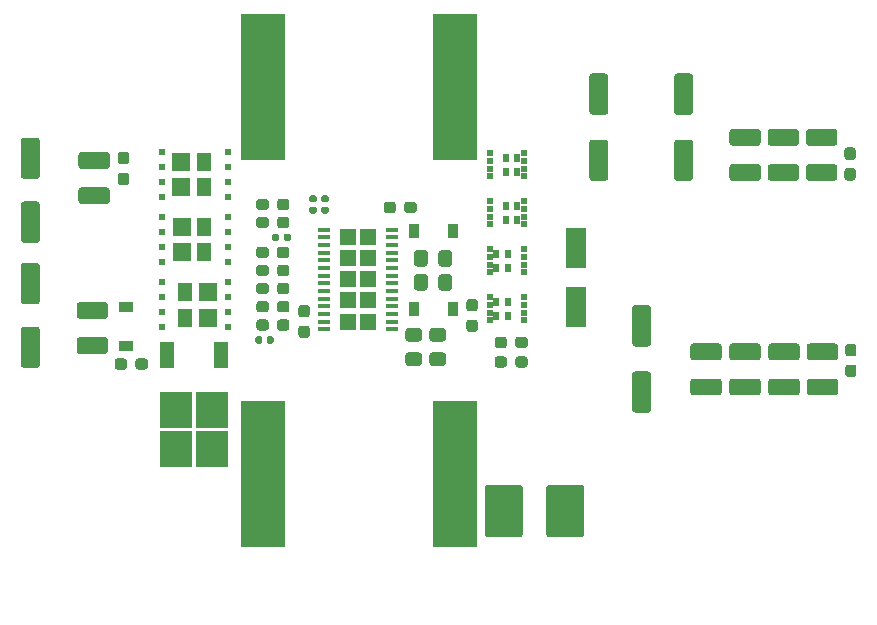
<source format=gtp>
%TF.GenerationSoftware,KiCad,Pcbnew,(5.1.6)-1*%
%TF.CreationDate,2021-10-31T23:30:24+01:00*%
%TF.ProjectId,LiPo_12_Driver,4c69506f-5f31-4325-9f44-72697665722e,rev?*%
%TF.SameCoordinates,Original*%
%TF.FileFunction,Paste,Top*%
%TF.FilePolarity,Positive*%
%FSLAX46Y46*%
G04 Gerber Fmt 4.6, Leading zero omitted, Abs format (unit mm)*
G04 Created by KiCad (PCBNEW (5.1.6)-1) date 2021-10-31 23:30:24*
%MOMM*%
%LPD*%
G01*
G04 APERTURE LIST*
%ADD10R,1.200000X0.900000*%
%ADD11R,0.900000X1.200000*%
%ADD12R,2.750000X3.050000*%
%ADD13R,1.200000X2.200000*%
%ADD14R,1.800000X3.500000*%
%ADD15R,3.825000X12.320000*%
%ADD16R,1.235000X1.570000*%
%ADD17R,1.585000X1.570000*%
%ADD18R,0.490000X0.490000*%
%ADD19R,0.570000X0.738000*%
%ADD20R,0.630000X0.500000*%
%ADD21R,1.100000X0.400000*%
%ADD22R,1.400000X1.400000*%
G04 APERTURE END LIST*
%TO.C,C5*%
G36*
G01*
X116518700Y-90582000D02*
X116043700Y-90582000D01*
G75*
G02*
X115806200Y-90344500I0J237500D01*
G01*
X115806200Y-89769500D01*
G75*
G02*
X116043700Y-89532000I237500J0D01*
G01*
X116518700Y-89532000D01*
G75*
G02*
X116756200Y-89769500I0J-237500D01*
G01*
X116756200Y-90344500D01*
G75*
G02*
X116518700Y-90582000I-237500J0D01*
G01*
G37*
G36*
G01*
X116518700Y-92332000D02*
X116043700Y-92332000D01*
G75*
G02*
X115806200Y-92094500I0J237500D01*
G01*
X115806200Y-91519500D01*
G75*
G02*
X116043700Y-91282000I237500J0D01*
G01*
X116518700Y-91282000D01*
G75*
G02*
X116756200Y-91519500I0J-237500D01*
G01*
X116756200Y-92094500D01*
G75*
G02*
X116518700Y-92332000I-237500J0D01*
G01*
G37*
%TD*%
%TO.C,C1*%
G36*
G01*
X108944500Y-97223500D02*
X107844500Y-97223500D01*
G75*
G02*
X107594500Y-96973500I0J250000D01*
G01*
X107594500Y-93973500D01*
G75*
G02*
X107844500Y-93723500I250000J0D01*
G01*
X108944500Y-93723500D01*
G75*
G02*
X109194500Y-93973500I0J-250000D01*
G01*
X109194500Y-96973500D01*
G75*
G02*
X108944500Y-97223500I-250000J0D01*
G01*
G37*
G36*
G01*
X108944500Y-91823500D02*
X107844500Y-91823500D01*
G75*
G02*
X107594500Y-91573500I0J250000D01*
G01*
X107594500Y-88573500D01*
G75*
G02*
X107844500Y-88323500I250000J0D01*
G01*
X108944500Y-88323500D01*
G75*
G02*
X109194500Y-88573500I0J-250000D01*
G01*
X109194500Y-91573500D01*
G75*
G02*
X108944500Y-91823500I-250000J0D01*
G01*
G37*
%TD*%
%TO.C,C2*%
G36*
G01*
X107844500Y-104328000D02*
X108944500Y-104328000D01*
G75*
G02*
X109194500Y-104578000I0J-250000D01*
G01*
X109194500Y-107578000D01*
G75*
G02*
X108944500Y-107828000I-250000J0D01*
G01*
X107844500Y-107828000D01*
G75*
G02*
X107594500Y-107578000I0J250000D01*
G01*
X107594500Y-104578000D01*
G75*
G02*
X107844500Y-104328000I250000J0D01*
G01*
G37*
G36*
G01*
X107844500Y-98928000D02*
X108944500Y-98928000D01*
G75*
G02*
X109194500Y-99178000I0J-250000D01*
G01*
X109194500Y-102178000D01*
G75*
G02*
X108944500Y-102428000I-250000J0D01*
G01*
X107844500Y-102428000D01*
G75*
G02*
X107594500Y-102178000I0J250000D01*
G01*
X107594500Y-99178000D01*
G75*
G02*
X107844500Y-98928000I250000J0D01*
G01*
G37*
%TD*%
%TO.C,C3*%
G36*
G01*
X114867000Y-90969800D02*
X112717000Y-90969800D01*
G75*
G02*
X112467000Y-90719800I0J250000D01*
G01*
X112467000Y-89794800D01*
G75*
G02*
X112717000Y-89544800I250000J0D01*
G01*
X114867000Y-89544800D01*
G75*
G02*
X115117000Y-89794800I0J-250000D01*
G01*
X115117000Y-90719800D01*
G75*
G02*
X114867000Y-90969800I-250000J0D01*
G01*
G37*
G36*
G01*
X114867000Y-93944800D02*
X112717000Y-93944800D01*
G75*
G02*
X112467000Y-93694800I0J250000D01*
G01*
X112467000Y-92769800D01*
G75*
G02*
X112717000Y-92519800I250000J0D01*
G01*
X114867000Y-92519800D01*
G75*
G02*
X115117000Y-92769800I0J-250000D01*
G01*
X115117000Y-93694800D01*
G75*
G02*
X114867000Y-93944800I-250000J0D01*
G01*
G37*
%TD*%
%TO.C,C4*%
G36*
G01*
X112564600Y-102244800D02*
X114714600Y-102244800D01*
G75*
G02*
X114964600Y-102494800I0J-250000D01*
G01*
X114964600Y-103419800D01*
G75*
G02*
X114714600Y-103669800I-250000J0D01*
G01*
X112564600Y-103669800D01*
G75*
G02*
X112314600Y-103419800I0J250000D01*
G01*
X112314600Y-102494800D01*
G75*
G02*
X112564600Y-102244800I250000J0D01*
G01*
G37*
G36*
G01*
X112564600Y-105219800D02*
X114714600Y-105219800D01*
G75*
G02*
X114964600Y-105469800I0J-250000D01*
G01*
X114964600Y-106394800D01*
G75*
G02*
X114714600Y-106644800I-250000J0D01*
G01*
X112564600Y-106644800D01*
G75*
G02*
X112314600Y-106394800I0J250000D01*
G01*
X112314600Y-105469800D01*
G75*
G02*
X112564600Y-105219800I250000J0D01*
G01*
G37*
%TD*%
%TO.C,C6*%
G36*
G01*
X129280400Y-99805500D02*
X129280400Y-99330500D01*
G75*
G02*
X129517900Y-99093000I237500J0D01*
G01*
X130092900Y-99093000D01*
G75*
G02*
X130330400Y-99330500I0J-237500D01*
G01*
X130330400Y-99805500D01*
G75*
G02*
X130092900Y-100043000I-237500J0D01*
G01*
X129517900Y-100043000D01*
G75*
G02*
X129280400Y-99805500I0J237500D01*
G01*
G37*
G36*
G01*
X127530400Y-99805500D02*
X127530400Y-99330500D01*
G75*
G02*
X127767900Y-99093000I237500J0D01*
G01*
X128342900Y-99093000D01*
G75*
G02*
X128580400Y-99330500I0J-237500D01*
G01*
X128580400Y-99805500D01*
G75*
G02*
X128342900Y-100043000I-237500J0D01*
G01*
X127767900Y-100043000D01*
G75*
G02*
X127530400Y-99805500I0J237500D01*
G01*
G37*
%TD*%
%TO.C,C7*%
G36*
G01*
X144094000Y-98101999D02*
X144094000Y-99002001D01*
G75*
G02*
X143844001Y-99252000I-249999J0D01*
G01*
X143193999Y-99252000D01*
G75*
G02*
X142944000Y-99002001I0J249999D01*
G01*
X142944000Y-98101999D01*
G75*
G02*
X143193999Y-97852000I249999J0D01*
G01*
X143844001Y-97852000D01*
G75*
G02*
X144094000Y-98101999I0J-249999D01*
G01*
G37*
G36*
G01*
X142044000Y-98101999D02*
X142044000Y-99002001D01*
G75*
G02*
X141794001Y-99252000I-249999J0D01*
G01*
X141143999Y-99252000D01*
G75*
G02*
X140894000Y-99002001I0J249999D01*
G01*
X140894000Y-98101999D01*
G75*
G02*
X141143999Y-97852000I249999J0D01*
G01*
X141794001Y-97852000D01*
G75*
G02*
X142044000Y-98101999I0J-249999D01*
G01*
G37*
%TD*%
%TO.C,C8*%
G36*
G01*
X142044000Y-100133999D02*
X142044000Y-101034001D01*
G75*
G02*
X141794001Y-101284000I-249999J0D01*
G01*
X141143999Y-101284000D01*
G75*
G02*
X140894000Y-101034001I0J249999D01*
G01*
X140894000Y-100133999D01*
G75*
G02*
X141143999Y-99884000I249999J0D01*
G01*
X141794001Y-99884000D01*
G75*
G02*
X142044000Y-100133999I0J-249999D01*
G01*
G37*
G36*
G01*
X144094000Y-100133999D02*
X144094000Y-101034001D01*
G75*
G02*
X143844001Y-101284000I-249999J0D01*
G01*
X143193999Y-101284000D01*
G75*
G02*
X142944000Y-101034001I0J249999D01*
G01*
X142944000Y-100133999D01*
G75*
G02*
X143193999Y-99884000I249999J0D01*
G01*
X143844001Y-99884000D01*
G75*
G02*
X144094000Y-100133999I0J-249999D01*
G01*
G37*
%TD*%
%TO.C,C9*%
G36*
G01*
X127530400Y-101329500D02*
X127530400Y-100854500D01*
G75*
G02*
X127767900Y-100617000I237500J0D01*
G01*
X128342900Y-100617000D01*
G75*
G02*
X128580400Y-100854500I0J-237500D01*
G01*
X128580400Y-101329500D01*
G75*
G02*
X128342900Y-101567000I-237500J0D01*
G01*
X127767900Y-101567000D01*
G75*
G02*
X127530400Y-101329500I0J237500D01*
G01*
G37*
G36*
G01*
X129280400Y-101329500D02*
X129280400Y-100854500D01*
G75*
G02*
X129517900Y-100617000I237500J0D01*
G01*
X130092900Y-100617000D01*
G75*
G02*
X130330400Y-100854500I0J-237500D01*
G01*
X130330400Y-101329500D01*
G75*
G02*
X130092900Y-101567000I-237500J0D01*
G01*
X129517900Y-101567000D01*
G75*
G02*
X129280400Y-101329500I0J237500D01*
G01*
G37*
%TD*%
%TO.C,C10*%
G36*
G01*
X129269000Y-98281500D02*
X129269000Y-97806500D01*
G75*
G02*
X129506500Y-97569000I237500J0D01*
G01*
X130081500Y-97569000D01*
G75*
G02*
X130319000Y-97806500I0J-237500D01*
G01*
X130319000Y-98281500D01*
G75*
G02*
X130081500Y-98519000I-237500J0D01*
G01*
X129506500Y-98519000D01*
G75*
G02*
X129269000Y-98281500I0J237500D01*
G01*
G37*
G36*
G01*
X127519000Y-98281500D02*
X127519000Y-97806500D01*
G75*
G02*
X127756500Y-97569000I237500J0D01*
G01*
X128331500Y-97569000D01*
G75*
G02*
X128569000Y-97806500I0J-237500D01*
G01*
X128569000Y-98281500D01*
G75*
G02*
X128331500Y-98519000I-237500J0D01*
G01*
X127756500Y-98519000D01*
G75*
G02*
X127519000Y-98281500I0J237500D01*
G01*
G37*
%TD*%
%TO.C,C11*%
G36*
G01*
X127530400Y-102875801D02*
X127530400Y-102400801D01*
G75*
G02*
X127767900Y-102163301I237500J0D01*
G01*
X128342900Y-102163301D01*
G75*
G02*
X128580400Y-102400801I0J-237500D01*
G01*
X128580400Y-102875801D01*
G75*
G02*
X128342900Y-103113301I-237500J0D01*
G01*
X127767900Y-103113301D01*
G75*
G02*
X127530400Y-102875801I0J237500D01*
G01*
G37*
G36*
G01*
X129280400Y-102875801D02*
X129280400Y-102400801D01*
G75*
G02*
X129517900Y-102163301I237500J0D01*
G01*
X130092900Y-102163301D01*
G75*
G02*
X130330400Y-102400801I0J-237500D01*
G01*
X130330400Y-102875801D01*
G75*
G02*
X130092900Y-103113301I-237500J0D01*
G01*
X129517900Y-103113301D01*
G75*
G02*
X129280400Y-102875801I0J237500D01*
G01*
G37*
%TD*%
%TO.C,C12*%
G36*
G01*
X127530400Y-94217500D02*
X127530400Y-93742500D01*
G75*
G02*
X127767900Y-93505000I237500J0D01*
G01*
X128342900Y-93505000D01*
G75*
G02*
X128580400Y-93742500I0J-237500D01*
G01*
X128580400Y-94217500D01*
G75*
G02*
X128342900Y-94455000I-237500J0D01*
G01*
X127767900Y-94455000D01*
G75*
G02*
X127530400Y-94217500I0J237500D01*
G01*
G37*
G36*
G01*
X129280400Y-94217500D02*
X129280400Y-93742500D01*
G75*
G02*
X129517900Y-93505000I237500J0D01*
G01*
X130092900Y-93505000D01*
G75*
G02*
X130330400Y-93742500I0J-237500D01*
G01*
X130330400Y-94217500D01*
G75*
G02*
X130092900Y-94455000I-237500J0D01*
G01*
X129517900Y-94455000D01*
G75*
G02*
X129280400Y-94217500I0J237500D01*
G01*
G37*
%TD*%
%TO.C,C13*%
G36*
G01*
X138300000Y-94471500D02*
X138300000Y-93996500D01*
G75*
G02*
X138537500Y-93759000I237500J0D01*
G01*
X139112500Y-93759000D01*
G75*
G02*
X139350000Y-93996500I0J-237500D01*
G01*
X139350000Y-94471500D01*
G75*
G02*
X139112500Y-94709000I-237500J0D01*
G01*
X138537500Y-94709000D01*
G75*
G02*
X138300000Y-94471500I0J237500D01*
G01*
G37*
G36*
G01*
X140050000Y-94471500D02*
X140050000Y-93996500D01*
G75*
G02*
X140287500Y-93759000I237500J0D01*
G01*
X140862500Y-93759000D01*
G75*
G02*
X141100000Y-93996500I0J-237500D01*
G01*
X141100000Y-94471500D01*
G75*
G02*
X140862500Y-94709000I-237500J0D01*
G01*
X140287500Y-94709000D01*
G75*
G02*
X140050000Y-94471500I0J237500D01*
G01*
G37*
%TD*%
%TO.C,C14*%
G36*
G01*
X141293001Y-107645000D02*
X140392999Y-107645000D01*
G75*
G02*
X140143000Y-107395001I0J249999D01*
G01*
X140143000Y-106744999D01*
G75*
G02*
X140392999Y-106495000I249999J0D01*
G01*
X141293001Y-106495000D01*
G75*
G02*
X141543000Y-106744999I0J-249999D01*
G01*
X141543000Y-107395001D01*
G75*
G02*
X141293001Y-107645000I-249999J0D01*
G01*
G37*
G36*
G01*
X141293001Y-105595000D02*
X140392999Y-105595000D01*
G75*
G02*
X140143000Y-105345001I0J249999D01*
G01*
X140143000Y-104694999D01*
G75*
G02*
X140392999Y-104445000I249999J0D01*
G01*
X141293001Y-104445000D01*
G75*
G02*
X141543000Y-104694999I0J-249999D01*
G01*
X141543000Y-105345001D01*
G75*
G02*
X141293001Y-105595000I-249999J0D01*
G01*
G37*
%TD*%
%TO.C,C15*%
G36*
G01*
X142424999Y-106495000D02*
X143325001Y-106495000D01*
G75*
G02*
X143575000Y-106744999I0J-249999D01*
G01*
X143575000Y-107395001D01*
G75*
G02*
X143325001Y-107645000I-249999J0D01*
G01*
X142424999Y-107645000D01*
G75*
G02*
X142175000Y-107395001I0J249999D01*
G01*
X142175000Y-106744999D01*
G75*
G02*
X142424999Y-106495000I249999J0D01*
G01*
G37*
G36*
G01*
X142424999Y-104445000D02*
X143325001Y-104445000D01*
G75*
G02*
X143575000Y-104694999I0J-249999D01*
G01*
X143575000Y-105345001D01*
G75*
G02*
X143325001Y-105595000I-249999J0D01*
G01*
X142424999Y-105595000D01*
G75*
G02*
X142175000Y-105345001I0J249999D01*
G01*
X142175000Y-104694999D01*
G75*
G02*
X142424999Y-104445000I249999J0D01*
G01*
G37*
%TD*%
%TO.C,C16*%
G36*
G01*
X157077500Y-91989500D02*
X155977500Y-91989500D01*
G75*
G02*
X155727500Y-91739500I0J250000D01*
G01*
X155727500Y-88739500D01*
G75*
G02*
X155977500Y-88489500I250000J0D01*
G01*
X157077500Y-88489500D01*
G75*
G02*
X157327500Y-88739500I0J-250000D01*
G01*
X157327500Y-91739500D01*
G75*
G02*
X157077500Y-91989500I-250000J0D01*
G01*
G37*
G36*
G01*
X157077500Y-86389500D02*
X155977500Y-86389500D01*
G75*
G02*
X155727500Y-86139500I0J250000D01*
G01*
X155727500Y-83139500D01*
G75*
G02*
X155977500Y-82889500I250000J0D01*
G01*
X157077500Y-82889500D01*
G75*
G02*
X157327500Y-83139500I0J-250000D01*
G01*
X157327500Y-86139500D01*
G75*
G02*
X157077500Y-86389500I-250000J0D01*
G01*
G37*
%TD*%
%TO.C,C17*%
G36*
G01*
X159597000Y-108111000D02*
X160697000Y-108111000D01*
G75*
G02*
X160947000Y-108361000I0J-250000D01*
G01*
X160947000Y-111361000D01*
G75*
G02*
X160697000Y-111611000I-250000J0D01*
G01*
X159597000Y-111611000D01*
G75*
G02*
X159347000Y-111361000I0J250000D01*
G01*
X159347000Y-108361000D01*
G75*
G02*
X159597000Y-108111000I250000J0D01*
G01*
G37*
G36*
G01*
X159597000Y-102511000D02*
X160697000Y-102511000D01*
G75*
G02*
X160947000Y-102761000I0J-250000D01*
G01*
X160947000Y-105761000D01*
G75*
G02*
X160697000Y-106011000I-250000J0D01*
G01*
X159597000Y-106011000D01*
G75*
G02*
X159347000Y-105761000I0J250000D01*
G01*
X159347000Y-102761000D01*
G75*
G02*
X159597000Y-102511000I250000J0D01*
G01*
G37*
%TD*%
%TO.C,C18*%
G36*
G01*
X164253000Y-91989500D02*
X163153000Y-91989500D01*
G75*
G02*
X162903000Y-91739500I0J250000D01*
G01*
X162903000Y-88739500D01*
G75*
G02*
X163153000Y-88489500I250000J0D01*
G01*
X164253000Y-88489500D01*
G75*
G02*
X164503000Y-88739500I0J-250000D01*
G01*
X164503000Y-91739500D01*
G75*
G02*
X164253000Y-91989500I-250000J0D01*
G01*
G37*
G36*
G01*
X164253000Y-86389500D02*
X163153000Y-86389500D01*
G75*
G02*
X162903000Y-86139500I0J250000D01*
G01*
X162903000Y-83139500D01*
G75*
G02*
X163153000Y-82889500I250000J0D01*
G01*
X164253000Y-82889500D01*
G75*
G02*
X164503000Y-83139500I0J-250000D01*
G01*
X164503000Y-86139500D01*
G75*
G02*
X164253000Y-86389500I-250000J0D01*
G01*
G37*
%TD*%
%TO.C,C19*%
G36*
G01*
X164533000Y-105750000D02*
X166683000Y-105750000D01*
G75*
G02*
X166933000Y-106000000I0J-250000D01*
G01*
X166933000Y-106925000D01*
G75*
G02*
X166683000Y-107175000I-250000J0D01*
G01*
X164533000Y-107175000D01*
G75*
G02*
X164283000Y-106925000I0J250000D01*
G01*
X164283000Y-106000000D01*
G75*
G02*
X164533000Y-105750000I250000J0D01*
G01*
G37*
G36*
G01*
X164533000Y-108725000D02*
X166683000Y-108725000D01*
G75*
G02*
X166933000Y-108975000I0J-250000D01*
G01*
X166933000Y-109900000D01*
G75*
G02*
X166683000Y-110150000I-250000J0D01*
G01*
X164533000Y-110150000D01*
G75*
G02*
X164283000Y-109900000I0J250000D01*
G01*
X164283000Y-108975000D01*
G75*
G02*
X164533000Y-108725000I250000J0D01*
G01*
G37*
%TD*%
%TO.C,C20*%
G36*
G01*
X167835000Y-105750000D02*
X169985000Y-105750000D01*
G75*
G02*
X170235000Y-106000000I0J-250000D01*
G01*
X170235000Y-106925000D01*
G75*
G02*
X169985000Y-107175000I-250000J0D01*
G01*
X167835000Y-107175000D01*
G75*
G02*
X167585000Y-106925000I0J250000D01*
G01*
X167585000Y-106000000D01*
G75*
G02*
X167835000Y-105750000I250000J0D01*
G01*
G37*
G36*
G01*
X167835000Y-108725000D02*
X169985000Y-108725000D01*
G75*
G02*
X170235000Y-108975000I0J-250000D01*
G01*
X170235000Y-109900000D01*
G75*
G02*
X169985000Y-110150000I-250000J0D01*
G01*
X167835000Y-110150000D01*
G75*
G02*
X167585000Y-109900000I0J250000D01*
G01*
X167585000Y-108975000D01*
G75*
G02*
X167835000Y-108725000I250000J0D01*
G01*
G37*
%TD*%
%TO.C,C21*%
G36*
G01*
X171137000Y-108725000D02*
X173287000Y-108725000D01*
G75*
G02*
X173537000Y-108975000I0J-250000D01*
G01*
X173537000Y-109900000D01*
G75*
G02*
X173287000Y-110150000I-250000J0D01*
G01*
X171137000Y-110150000D01*
G75*
G02*
X170887000Y-109900000I0J250000D01*
G01*
X170887000Y-108975000D01*
G75*
G02*
X171137000Y-108725000I250000J0D01*
G01*
G37*
G36*
G01*
X171137000Y-105750000D02*
X173287000Y-105750000D01*
G75*
G02*
X173537000Y-106000000I0J-250000D01*
G01*
X173537000Y-106925000D01*
G75*
G02*
X173287000Y-107175000I-250000J0D01*
G01*
X171137000Y-107175000D01*
G75*
G02*
X170887000Y-106925000I0J250000D01*
G01*
X170887000Y-106000000D01*
G75*
G02*
X171137000Y-105750000I250000J0D01*
G01*
G37*
%TD*%
%TO.C,C22*%
G36*
G01*
X178037500Y-90201000D02*
X177562500Y-90201000D01*
G75*
G02*
X177325000Y-89963500I0J237500D01*
G01*
X177325000Y-89388500D01*
G75*
G02*
X177562500Y-89151000I237500J0D01*
G01*
X178037500Y-89151000D01*
G75*
G02*
X178275000Y-89388500I0J-237500D01*
G01*
X178275000Y-89963500D01*
G75*
G02*
X178037500Y-90201000I-237500J0D01*
G01*
G37*
G36*
G01*
X178037500Y-91951000D02*
X177562500Y-91951000D01*
G75*
G02*
X177325000Y-91713500I0J237500D01*
G01*
X177325000Y-91138500D01*
G75*
G02*
X177562500Y-90901000I237500J0D01*
G01*
X178037500Y-90901000D01*
G75*
G02*
X178275000Y-91138500I0J-237500D01*
G01*
X178275000Y-91713500D01*
G75*
G02*
X178037500Y-91951000I-237500J0D01*
G01*
G37*
%TD*%
%TO.C,C23*%
G36*
G01*
X177626000Y-105788000D02*
X178101000Y-105788000D01*
G75*
G02*
X178338500Y-106025500I0J-237500D01*
G01*
X178338500Y-106600500D01*
G75*
G02*
X178101000Y-106838000I-237500J0D01*
G01*
X177626000Y-106838000D01*
G75*
G02*
X177388500Y-106600500I0J237500D01*
G01*
X177388500Y-106025500D01*
G75*
G02*
X177626000Y-105788000I237500J0D01*
G01*
G37*
G36*
G01*
X177626000Y-107538000D02*
X178101000Y-107538000D01*
G75*
G02*
X178338500Y-107775500I0J-237500D01*
G01*
X178338500Y-108350500D01*
G75*
G02*
X178101000Y-108588000I-237500J0D01*
G01*
X177626000Y-108588000D01*
G75*
G02*
X177388500Y-108350500I0J237500D01*
G01*
X177388500Y-107775500D01*
G75*
G02*
X177626000Y-107538000I237500J0D01*
G01*
G37*
%TD*%
%TO.C,C24*%
G36*
G01*
X169985000Y-89014000D02*
X167835000Y-89014000D01*
G75*
G02*
X167585000Y-88764000I0J250000D01*
G01*
X167585000Y-87839000D01*
G75*
G02*
X167835000Y-87589000I250000J0D01*
G01*
X169985000Y-87589000D01*
G75*
G02*
X170235000Y-87839000I0J-250000D01*
G01*
X170235000Y-88764000D01*
G75*
G02*
X169985000Y-89014000I-250000J0D01*
G01*
G37*
G36*
G01*
X169985000Y-91989000D02*
X167835000Y-91989000D01*
G75*
G02*
X167585000Y-91739000I0J250000D01*
G01*
X167585000Y-90814000D01*
G75*
G02*
X167835000Y-90564000I250000J0D01*
G01*
X169985000Y-90564000D01*
G75*
G02*
X170235000Y-90814000I0J-250000D01*
G01*
X170235000Y-91739000D01*
G75*
G02*
X169985000Y-91989000I-250000J0D01*
G01*
G37*
%TD*%
%TO.C,C25*%
G36*
G01*
X173223500Y-91989000D02*
X171073500Y-91989000D01*
G75*
G02*
X170823500Y-91739000I0J250000D01*
G01*
X170823500Y-90814000D01*
G75*
G02*
X171073500Y-90564000I250000J0D01*
G01*
X173223500Y-90564000D01*
G75*
G02*
X173473500Y-90814000I0J-250000D01*
G01*
X173473500Y-91739000D01*
G75*
G02*
X173223500Y-91989000I-250000J0D01*
G01*
G37*
G36*
G01*
X173223500Y-89014000D02*
X171073500Y-89014000D01*
G75*
G02*
X170823500Y-88764000I0J250000D01*
G01*
X170823500Y-87839000D01*
G75*
G02*
X171073500Y-87589000I250000J0D01*
G01*
X173223500Y-87589000D01*
G75*
G02*
X173473500Y-87839000I0J-250000D01*
G01*
X173473500Y-88764000D01*
G75*
G02*
X173223500Y-89014000I-250000J0D01*
G01*
G37*
%TD*%
%TO.C,C26*%
G36*
G01*
X174375500Y-108725000D02*
X176525500Y-108725000D01*
G75*
G02*
X176775500Y-108975000I0J-250000D01*
G01*
X176775500Y-109900000D01*
G75*
G02*
X176525500Y-110150000I-250000J0D01*
G01*
X174375500Y-110150000D01*
G75*
G02*
X174125500Y-109900000I0J250000D01*
G01*
X174125500Y-108975000D01*
G75*
G02*
X174375500Y-108725000I250000J0D01*
G01*
G37*
G36*
G01*
X174375500Y-105750000D02*
X176525500Y-105750000D01*
G75*
G02*
X176775500Y-106000000I0J-250000D01*
G01*
X176775500Y-106925000D01*
G75*
G02*
X176525500Y-107175000I-250000J0D01*
G01*
X174375500Y-107175000D01*
G75*
G02*
X174125500Y-106925000I0J250000D01*
G01*
X174125500Y-106000000D01*
G75*
G02*
X174375500Y-105750000I250000J0D01*
G01*
G37*
%TD*%
%TO.C,C27*%
G36*
G01*
X176462000Y-91989000D02*
X174312000Y-91989000D01*
G75*
G02*
X174062000Y-91739000I0J250000D01*
G01*
X174062000Y-90814000D01*
G75*
G02*
X174312000Y-90564000I250000J0D01*
G01*
X176462000Y-90564000D01*
G75*
G02*
X176712000Y-90814000I0J-250000D01*
G01*
X176712000Y-91739000D01*
G75*
G02*
X176462000Y-91989000I-250000J0D01*
G01*
G37*
G36*
G01*
X176462000Y-89014000D02*
X174312000Y-89014000D01*
G75*
G02*
X174062000Y-88764000I0J250000D01*
G01*
X174062000Y-87839000D01*
G75*
G02*
X174312000Y-87589000I250000J0D01*
G01*
X176462000Y-87589000D01*
G75*
G02*
X176712000Y-87839000I0J-250000D01*
G01*
X176712000Y-88764000D01*
G75*
G02*
X176462000Y-89014000I-250000J0D01*
G01*
G37*
%TD*%
D10*
%TO.C,D1*%
X116484400Y-102693200D03*
X116484400Y-105993200D03*
%TD*%
D11*
%TO.C,D2*%
X140894800Y-96266000D03*
X144194800Y-96266000D03*
%TD*%
D12*
%TO.C,D3*%
X120712500Y-111359500D03*
X123762500Y-114709500D03*
X123762500Y-111359500D03*
X120712500Y-114709500D03*
D13*
X119957500Y-106734500D03*
X124517500Y-106734500D03*
%TD*%
D14*
%TO.C,D4*%
X154559000Y-97703000D03*
X154559000Y-102703000D03*
%TD*%
D11*
%TO.C,D5*%
X140894800Y-102870000D03*
X144194800Y-102870000D03*
%TD*%
D15*
%TO.C,L1*%
X128072300Y-84074000D03*
X144317300Y-84074000D03*
%TD*%
%TO.C,L2*%
X144317300Y-116840000D03*
X128072300Y-116840000D03*
%TD*%
%TO.C,R1*%
G36*
G01*
X129451600Y-96601500D02*
X129451600Y-96946500D01*
G75*
G02*
X129304100Y-97094000I-147500J0D01*
G01*
X129009100Y-97094000D01*
G75*
G02*
X128861600Y-96946500I0J147500D01*
G01*
X128861600Y-96601500D01*
G75*
G02*
X129009100Y-96454000I147500J0D01*
G01*
X129304100Y-96454000D01*
G75*
G02*
X129451600Y-96601500I0J-147500D01*
G01*
G37*
G36*
G01*
X130421600Y-96601500D02*
X130421600Y-96946500D01*
G75*
G02*
X130274100Y-97094000I-147500J0D01*
G01*
X129979100Y-97094000D01*
G75*
G02*
X129831600Y-96946500I0J147500D01*
G01*
X129831600Y-96601500D01*
G75*
G02*
X129979100Y-96454000I147500J0D01*
G01*
X130274100Y-96454000D01*
G75*
G02*
X130421600Y-96601500I0J-147500D01*
G01*
G37*
%TD*%
%TO.C,R2*%
G36*
G01*
X132161500Y-93200000D02*
X132506500Y-93200000D01*
G75*
G02*
X132654000Y-93347500I0J-147500D01*
G01*
X132654000Y-93642500D01*
G75*
G02*
X132506500Y-93790000I-147500J0D01*
G01*
X132161500Y-93790000D01*
G75*
G02*
X132014000Y-93642500I0J147500D01*
G01*
X132014000Y-93347500D01*
G75*
G02*
X132161500Y-93200000I147500J0D01*
G01*
G37*
G36*
G01*
X132161500Y-94170000D02*
X132506500Y-94170000D01*
G75*
G02*
X132654000Y-94317500I0J-147500D01*
G01*
X132654000Y-94612500D01*
G75*
G02*
X132506500Y-94760000I-147500J0D01*
G01*
X132161500Y-94760000D01*
G75*
G02*
X132014000Y-94612500I0J147500D01*
G01*
X132014000Y-94317500D01*
G75*
G02*
X132161500Y-94170000I147500J0D01*
G01*
G37*
%TD*%
%TO.C,R3*%
G36*
G01*
X133522500Y-93790000D02*
X133177500Y-93790000D01*
G75*
G02*
X133030000Y-93642500I0J147500D01*
G01*
X133030000Y-93347500D01*
G75*
G02*
X133177500Y-93200000I147500J0D01*
G01*
X133522500Y-93200000D01*
G75*
G02*
X133670000Y-93347500I0J-147500D01*
G01*
X133670000Y-93642500D01*
G75*
G02*
X133522500Y-93790000I-147500J0D01*
G01*
G37*
G36*
G01*
X133522500Y-94760000D02*
X133177500Y-94760000D01*
G75*
G02*
X133030000Y-94612500I0J147500D01*
G01*
X133030000Y-94317500D01*
G75*
G02*
X133177500Y-94170000I147500J0D01*
G01*
X133522500Y-94170000D01*
G75*
G02*
X133670000Y-94317500I0J-147500D01*
G01*
X133670000Y-94612500D01*
G75*
G02*
X133522500Y-94760000I-147500J0D01*
G01*
G37*
%TD*%
%TO.C,R4*%
G36*
G01*
X146033500Y-104778000D02*
X145558500Y-104778000D01*
G75*
G02*
X145321000Y-104540500I0J237500D01*
G01*
X145321000Y-103965500D01*
G75*
G02*
X145558500Y-103728000I237500J0D01*
G01*
X146033500Y-103728000D01*
G75*
G02*
X146271000Y-103965500I0J-237500D01*
G01*
X146271000Y-104540500D01*
G75*
G02*
X146033500Y-104778000I-237500J0D01*
G01*
G37*
G36*
G01*
X146033500Y-103028000D02*
X145558500Y-103028000D01*
G75*
G02*
X145321000Y-102790500I0J237500D01*
G01*
X145321000Y-102215500D01*
G75*
G02*
X145558500Y-101978000I237500J0D01*
G01*
X146033500Y-101978000D01*
G75*
G02*
X146271000Y-102215500I0J-237500D01*
G01*
X146271000Y-102790500D01*
G75*
G02*
X146033500Y-103028000I-237500J0D01*
G01*
G37*
%TD*%
%TO.C,R5*%
G36*
G01*
X117291600Y-107730300D02*
X117291600Y-107255300D01*
G75*
G02*
X117529100Y-107017800I237500J0D01*
G01*
X118104100Y-107017800D01*
G75*
G02*
X118341600Y-107255300I0J-237500D01*
G01*
X118341600Y-107730300D01*
G75*
G02*
X118104100Y-107967800I-237500J0D01*
G01*
X117529100Y-107967800D01*
G75*
G02*
X117291600Y-107730300I0J237500D01*
G01*
G37*
G36*
G01*
X115541600Y-107730300D02*
X115541600Y-107255300D01*
G75*
G02*
X115779100Y-107017800I237500J0D01*
G01*
X116354100Y-107017800D01*
G75*
G02*
X116591600Y-107255300I0J-237500D01*
G01*
X116591600Y-107730300D01*
G75*
G02*
X116354100Y-107967800I-237500J0D01*
G01*
X115779100Y-107967800D01*
G75*
G02*
X115541600Y-107730300I0J237500D01*
G01*
G37*
%TD*%
%TO.C,R6*%
G36*
G01*
X128999200Y-105288300D02*
X128999200Y-105633300D01*
G75*
G02*
X128851700Y-105780800I-147500J0D01*
G01*
X128556700Y-105780800D01*
G75*
G02*
X128409200Y-105633300I0J147500D01*
G01*
X128409200Y-105288300D01*
G75*
G02*
X128556700Y-105140800I147500J0D01*
G01*
X128851700Y-105140800D01*
G75*
G02*
X128999200Y-105288300I0J-147500D01*
G01*
G37*
G36*
G01*
X128029200Y-105288300D02*
X128029200Y-105633300D01*
G75*
G02*
X127881700Y-105780800I-147500J0D01*
G01*
X127586700Y-105780800D01*
G75*
G02*
X127439200Y-105633300I0J147500D01*
G01*
X127439200Y-105288300D01*
G75*
G02*
X127586700Y-105140800I147500J0D01*
G01*
X127881700Y-105140800D01*
G75*
G02*
X128029200Y-105288300I0J-147500D01*
G01*
G37*
%TD*%
%TO.C,R7*%
G36*
G01*
X130330400Y-103953300D02*
X130330400Y-104428300D01*
G75*
G02*
X130092900Y-104665800I-237500J0D01*
G01*
X129517900Y-104665800D01*
G75*
G02*
X129280400Y-104428300I0J237500D01*
G01*
X129280400Y-103953300D01*
G75*
G02*
X129517900Y-103715800I237500J0D01*
G01*
X130092900Y-103715800D01*
G75*
G02*
X130330400Y-103953300I0J-237500D01*
G01*
G37*
G36*
G01*
X128580400Y-103953300D02*
X128580400Y-104428300D01*
G75*
G02*
X128342900Y-104665800I-237500J0D01*
G01*
X127767900Y-104665800D01*
G75*
G02*
X127530400Y-104428300I0J237500D01*
G01*
X127530400Y-103953300D01*
G75*
G02*
X127767900Y-103715800I237500J0D01*
G01*
X128342900Y-103715800D01*
G75*
G02*
X128580400Y-103953300I0J-237500D01*
G01*
G37*
%TD*%
%TO.C,R8*%
G36*
G01*
X131809500Y-103536000D02*
X131334500Y-103536000D01*
G75*
G02*
X131097000Y-103298500I0J237500D01*
G01*
X131097000Y-102723500D01*
G75*
G02*
X131334500Y-102486000I237500J0D01*
G01*
X131809500Y-102486000D01*
G75*
G02*
X132047000Y-102723500I0J-237500D01*
G01*
X132047000Y-103298500D01*
G75*
G02*
X131809500Y-103536000I-237500J0D01*
G01*
G37*
G36*
G01*
X131809500Y-105286000D02*
X131334500Y-105286000D01*
G75*
G02*
X131097000Y-105048500I0J237500D01*
G01*
X131097000Y-104473500D01*
G75*
G02*
X131334500Y-104236000I237500J0D01*
G01*
X131809500Y-104236000D01*
G75*
G02*
X132047000Y-104473500I0J-237500D01*
G01*
X132047000Y-105048500D01*
G75*
G02*
X131809500Y-105286000I-237500J0D01*
G01*
G37*
%TD*%
%TO.C,R9*%
G36*
G01*
X147698000Y-105901500D02*
X147698000Y-105426500D01*
G75*
G02*
X147935500Y-105189000I237500J0D01*
G01*
X148510500Y-105189000D01*
G75*
G02*
X148748000Y-105426500I0J-237500D01*
G01*
X148748000Y-105901500D01*
G75*
G02*
X148510500Y-106139000I-237500J0D01*
G01*
X147935500Y-106139000D01*
G75*
G02*
X147698000Y-105901500I0J237500D01*
G01*
G37*
G36*
G01*
X149448000Y-105901500D02*
X149448000Y-105426500D01*
G75*
G02*
X149685500Y-105189000I237500J0D01*
G01*
X150260500Y-105189000D01*
G75*
G02*
X150498000Y-105426500I0J-237500D01*
G01*
X150498000Y-105901500D01*
G75*
G02*
X150260500Y-106139000I-237500J0D01*
G01*
X149685500Y-106139000D01*
G75*
G02*
X149448000Y-105901500I0J237500D01*
G01*
G37*
%TD*%
%TO.C,R10*%
G36*
G01*
X148748000Y-107077500D02*
X148748000Y-107552500D01*
G75*
G02*
X148510500Y-107790000I-237500J0D01*
G01*
X147935500Y-107790000D01*
G75*
G02*
X147698000Y-107552500I0J237500D01*
G01*
X147698000Y-107077500D01*
G75*
G02*
X147935500Y-106840000I237500J0D01*
G01*
X148510500Y-106840000D01*
G75*
G02*
X148748000Y-107077500I0J-237500D01*
G01*
G37*
G36*
G01*
X150498000Y-107077500D02*
X150498000Y-107552500D01*
G75*
G02*
X150260500Y-107790000I-237500J0D01*
G01*
X149685500Y-107790000D01*
G75*
G02*
X149448000Y-107552500I0J237500D01*
G01*
X149448000Y-107077500D01*
G75*
G02*
X149685500Y-106840000I237500J0D01*
G01*
X150260500Y-106840000D01*
G75*
G02*
X150498000Y-107077500I0J-237500D01*
G01*
G37*
%TD*%
%TO.C,R11*%
G36*
G01*
X146879200Y-121913800D02*
X146879200Y-117963800D01*
G75*
G02*
X147129200Y-117713800I250000J0D01*
G01*
X149829200Y-117713800D01*
G75*
G02*
X150079200Y-117963800I0J-250000D01*
G01*
X150079200Y-121913800D01*
G75*
G02*
X149829200Y-122163800I-250000J0D01*
G01*
X147129200Y-122163800D01*
G75*
G02*
X146879200Y-121913800I0J250000D01*
G01*
G37*
G36*
G01*
X152079200Y-121913800D02*
X152079200Y-117963800D01*
G75*
G02*
X152329200Y-117713800I250000J0D01*
G01*
X155029200Y-117713800D01*
G75*
G02*
X155279200Y-117963800I0J-250000D01*
G01*
X155279200Y-121913800D01*
G75*
G02*
X155029200Y-122163800I-250000J0D01*
G01*
X152329200Y-122163800D01*
G75*
G02*
X152079200Y-121913800I0J250000D01*
G01*
G37*
%TD*%
%TO.C,R12*%
G36*
G01*
X127530400Y-95741500D02*
X127530400Y-95266500D01*
G75*
G02*
X127767900Y-95029000I237500J0D01*
G01*
X128342900Y-95029000D01*
G75*
G02*
X128580400Y-95266500I0J-237500D01*
G01*
X128580400Y-95741500D01*
G75*
G02*
X128342900Y-95979000I-237500J0D01*
G01*
X127767900Y-95979000D01*
G75*
G02*
X127530400Y-95741500I0J237500D01*
G01*
G37*
G36*
G01*
X129280400Y-95741500D02*
X129280400Y-95266500D01*
G75*
G02*
X129517900Y-95029000I237500J0D01*
G01*
X130092900Y-95029000D01*
G75*
G02*
X130330400Y-95266500I0J-237500D01*
G01*
X130330400Y-95741500D01*
G75*
G02*
X130092900Y-95979000I-237500J0D01*
G01*
X129517900Y-95979000D01*
G75*
G02*
X129280400Y-95741500I0J237500D01*
G01*
G37*
%TD*%
D16*
%TO.C,Q1*%
X123131500Y-98044000D03*
X123131500Y-95854000D03*
D17*
X121221500Y-98044000D03*
X121221500Y-95854000D03*
D18*
X125134000Y-96314000D03*
X125134000Y-97584000D03*
X125134000Y-98854000D03*
X125134000Y-95044000D03*
X119534000Y-95044000D03*
X119534000Y-98854000D03*
X119534000Y-97584000D03*
X119534000Y-96314000D03*
%TD*%
D16*
%TO.C,Q2*%
X123098500Y-92535000D03*
X123098500Y-90345000D03*
D17*
X121188500Y-92535000D03*
X121188500Y-90345000D03*
D18*
X125101000Y-90805000D03*
X125101000Y-92075000D03*
X125101000Y-93345000D03*
X125101000Y-89535000D03*
X119501000Y-89535000D03*
X119501000Y-93345000D03*
X119501000Y-92075000D03*
X119501000Y-90805000D03*
%TD*%
%TO.C,Q3*%
X125101000Y-103124000D03*
X125101000Y-101854000D03*
X125101000Y-100584000D03*
X125101000Y-104394000D03*
X119501000Y-104394000D03*
X119501000Y-100584000D03*
X119501000Y-101854000D03*
X119501000Y-103124000D03*
D17*
X123413500Y-103584000D03*
X123413500Y-101394000D03*
D16*
X121503500Y-103584000D03*
X121503500Y-101394000D03*
%TD*%
D19*
%TO.C,Q4*%
X148627000Y-90004500D03*
X148627000Y-91224500D03*
X149577000Y-90004500D03*
X149577000Y-91224500D03*
D20*
X150157000Y-89644500D03*
X150157000Y-90284500D03*
X150157000Y-90944500D03*
X150157000Y-91584500D03*
X147277000Y-91584500D03*
X147277000Y-90944500D03*
X147277000Y-90284500D03*
X147277000Y-89644500D03*
%TD*%
%TO.C,Q5*%
X147277000Y-93708500D03*
X147277000Y-94348500D03*
X147277000Y-95008500D03*
X147277000Y-95648500D03*
X150157000Y-95648500D03*
X150157000Y-95008500D03*
X150157000Y-94348500D03*
X150157000Y-93708500D03*
D19*
X149577000Y-95288500D03*
X149577000Y-94068500D03*
X148627000Y-95288500D03*
X148627000Y-94068500D03*
%TD*%
D20*
%TO.C,Q6*%
X150157000Y-103776500D03*
X150157000Y-103136500D03*
X150157000Y-102476500D03*
X150157000Y-101836500D03*
X147277000Y-101836500D03*
X147277000Y-102476500D03*
X147277000Y-103136500D03*
X147277000Y-103776500D03*
D19*
X147857000Y-102196500D03*
X147857000Y-103416500D03*
X148807000Y-102196500D03*
X148807000Y-103416500D03*
%TD*%
%TO.C,Q7*%
X148807000Y-99352500D03*
X148807000Y-98132500D03*
X147857000Y-99352500D03*
X147857000Y-98132500D03*
D20*
X147277000Y-99712500D03*
X147277000Y-99072500D03*
X147277000Y-98412500D03*
X147277000Y-97772500D03*
X150157000Y-97772500D03*
X150157000Y-98412500D03*
X150157000Y-99072500D03*
X150157000Y-99712500D03*
%TD*%
D21*
%TO.C,U1*%
X133294000Y-96105000D03*
X133294000Y-96755000D03*
X133294000Y-97405000D03*
X133294000Y-98055000D03*
X133294000Y-98705000D03*
X133294000Y-99355000D03*
X133294000Y-100005000D03*
X133294000Y-100655000D03*
X133294000Y-101305000D03*
X133294000Y-101955000D03*
X133294000Y-102605000D03*
X133294000Y-103255000D03*
X133294000Y-103905000D03*
X133294000Y-104555000D03*
X138994000Y-104555000D03*
X138994000Y-103905000D03*
X138994000Y-103255000D03*
X138994000Y-102605000D03*
X138994000Y-101955000D03*
X138994000Y-101305000D03*
X138994000Y-100655000D03*
X138994000Y-100005000D03*
X138994000Y-99355000D03*
X138994000Y-98705000D03*
X138994000Y-98055000D03*
X138994000Y-97405000D03*
X138994000Y-96755000D03*
X138994000Y-96105000D03*
D22*
X135294000Y-96770000D03*
X136994000Y-96770000D03*
X136994000Y-98550000D03*
X135294000Y-98550000D03*
X136994000Y-100330000D03*
X135294000Y-100330000D03*
X136994000Y-102110000D03*
X135294000Y-102110000D03*
X136994000Y-103890000D03*
X135294000Y-103890000D03*
%TD*%
M02*

</source>
